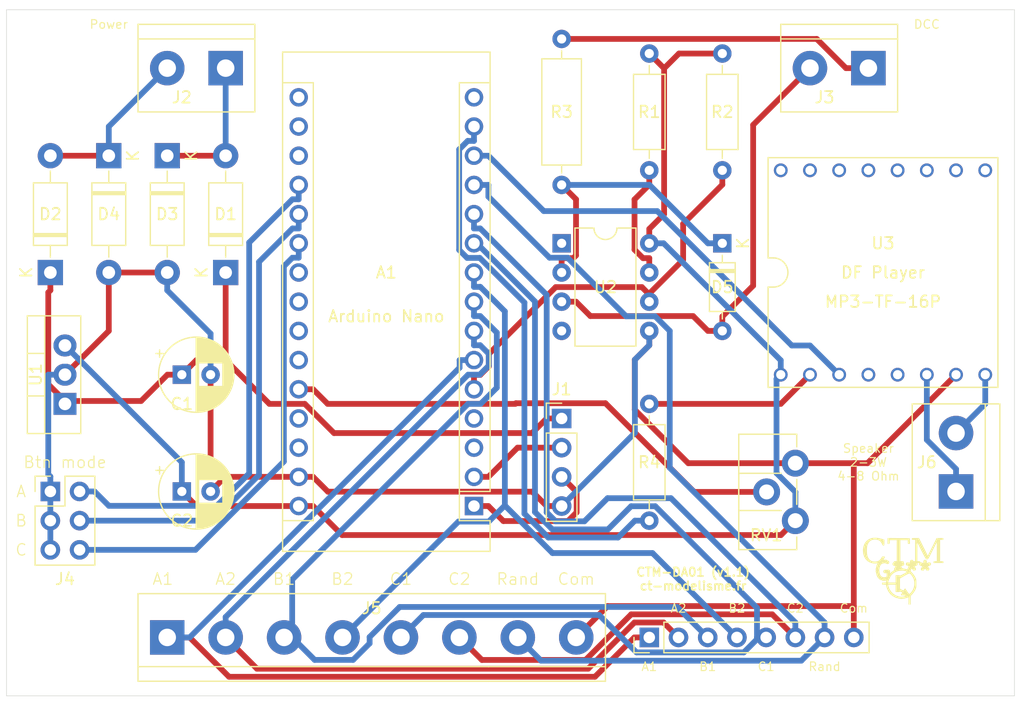
<source format=kicad_pcb>
(kicad_pcb (version 20211014) (generator pcbnew)
  (title_block (title "DA01 - PCB") (date "2024-02-17") (rev "1.1") (company "CT-Modélisme (ct-modelisme.fr)") (comment 1 "Rev 1.1 - 2022-08-02"))
  (layers (0 "F.Cu" signal) (31 "B.Cu" signal) (34 "B.Paste" user) (35 "F.Paste" user) (36 "B.SilkS" user "B.Silkscreen") (37 "F.SilkS" user "F.Silkscreen") (38 "B.Mask" user) (39 "F.Mask" user) (44 "Edge.Cuts" user))
  (net 0 "")
  (net 1 "Net-(A1-Pad1)")
  (net 2 "Net-(A1-Pad17)")
  (net 3 "Net-(A1-Pad2)")
  (net 4 "Net-(A1-Pad18)")
  (net 5 "Net-(A1-Pad3)")
  (net 6 "BTN_MODE_A")
  (net 7 "Net-(A1-Pad4)")
  (net 8 "BTN_MODE_B")
  (net 9 "DCC")
  (net 10 "BTN_MODE_C")
  (net 11 "BTN_A1")
  (net 12 "Net-(A1-Pad22)")
  (net 13 "BTN_A2")
  (net 14 "Net-(A1-Pad23)")
  (net 15 "BTN_B1")
  (net 16 "Net-(A1-Pad24)")
  (net 17 "BTN_B2")
  (net 18 "Net-(A1-Pad25)")
  (net 19 "BTN_C1")
  (net 20 "VOL_POT")
  (net 21 "BTN_C2")
  (net 22 "Net-(A1-Pad27)")
  (net 23 "BTN_RAND")
  (net 24 "Net-(A1-Pad28)")
  (net 25 "DFP_RX")
  (net 26 "GND")
  (net 27 "DFP_TX")
  (net 28 "+5V")
  (net 29 "Net-(A1-Pad15)")
  (net 30 "Net-(A1-Pad16)")
  (net 31 "VCC")
  (net 32 "Net-(D1-Pad2)")
  (net 33 "Net-(D2-Pad2)")
  (net 34 "Net-(D5-Pad1)")
  (net 35 "Net-(D5-Pad2)")
  (net 36 "Net-(J3-Pad1)")
  (net 37 "Net-(J6-Pad2)")
  (net 38 "Net-(J6-Pad1)")
  (net 39 "Net-(R1-Pad2)")
  (net 40 "Net-(R4-Pad1)")
  (net 41 "Net-(U2-Pad1)")
  (net 42 "Net-(U3-Pad16)")
  (net 43 "Net-(U3-Pad15)")
  (net 44 "Net-(U3-Pad14)")
  (net 45 "Net-(U3-Pad13)")
  (net 46 "Net-(U3-Pad4)")
  (net 47 "Net-(U3-Pad12)")
  (net 48 "Net-(U3-Pad5)")
  (net 49 "Net-(U3-Pad11)")
  (net 50 "Net-(U3-Pad10)")
  (net 51 "Net-(U3-Pad9)")
  (footprint "Module:Arduino_Nano" (layer "F.Cu") (at 147.31 118.11 180)
    (fp_text reference "A1" (at 7.62 20.32) (layer "F.SilkS"))
    (fp_text value "Arduino Nano")
    (pad "1" thru_hole rect locked (at 0 0 180) (size 1.6 1.6) (drill 1) (layers *.Cu *.Mask) (net 1 "Net-(A1-Pad1)"))
    (pad "2" thru_hole oval locked (at 0 2.54 180) (size 1.6 1.6) (drill 1) (layers *.Cu *.Mask) (net 3 "Net-(A1-Pad2)"))
    (pad "3" thru_hole oval locked (at 0 5.08 180) (size 1.6 1.6) (drill 1) (layers *.Cu *.Mask) (net 5 "Net-(A1-Pad3)"))
    (pad "4" thru_hole oval locked (at 0 7.62 180) (size 1.6 1.6) (drill 1) (layers *.Cu *.Mask) (net 7 "Net-(A1-Pad4)"))
    (pad "5" thru_hole oval locked (at 0 10.16 180) (size 1.6 1.6) (drill 1) (layers *.Cu *.Mask) (net 9 "DCC"))
    (pad "6" thru_hole oval locked (at 0 12.7 180) (size 1.6 1.6) (drill 1) (layers *.Cu *.Mask) (net 11 "BTN_A1"))
    (pad "7" thru_hole oval locked (at 0 15.24 180) (size 1.6 1.6) (drill 1) (layers *.Cu *.Mask) (net 13 "BTN_A2"))
    (pad "8" thru_hole oval locked (at 0 17.78 180) (size 1.6 1.6) (drill 1) (layers *.Cu *.Mask) (net 15 "BTN_B1"))
    (pad "9" thru_hole oval locked (at 0 20.32 180) (size 1.6 1.6) (drill 1) (layers *.Cu *.Mask) (net 17 "BTN_B2"))
    (pad "10" thru_hole oval locked (at 0 22.86 180) (size 1.6 1.6) (drill 1) (layers *.Cu *.Mask) (net 19 "BTN_C1"))
    (pad "11" thru_hole oval locked (at 0 25.4 180) (size 1.6 1.6) (drill 1) (layers *.Cu *.Mask) (net 21 "BTN_C2"))
    (pad "12" thru_hole oval locked (at 0 27.94 180) (size 1.6 1.6) (drill 1) (layers *.Cu *.Mask) (net 23 "BTN_RAND"))
    (pad "13" thru_hole oval locked (at 0 30.48 180) (size 1.6 1.6) (drill 1) (layers *.Cu *.Mask) (net 25 "DFP_RX"))
    (pad "14" thru_hole oval locked (at 0 33.02 180) (size 1.6 1.6) (drill 1) (layers *.Cu *.Mask) (net 27 "DFP_TX"))
    (pad "15" thru_hole oval locked (at 0 35.56 180) (size 1.6 1.6) (drill 1) (layers *.Cu *.Mask) (net 29 "Net-(A1-Pad15)"))
    (pad "16" thru_hole oval locked (at 15.24 35.56 180) (size 1.6 1.6) (drill 1) (layers *.Cu *.Mask) (net 30 "Net-(A1-Pad16)"))
    (pad "17" thru_hole oval locked (at 15.24 33.02 180) (size 1.6 1.6) (drill 1) (layers *.Cu *.Mask) (net 2 "Net-(A1-Pad17)"))
    (pad "18" thru_hole oval locked (at 15.24 30.48 180) (size 1.6 1.6) (drill 1) (layers *.Cu *.Mask) (net 4 "Net-(A1-Pad18)"))
    (pad "19" thru_hole oval locked (at 15.24 27.94 180) (size 1.6 1.6) (drill 1) (layers *.Cu *.Mask) (net 6 "BTN_MODE_A"))
    (pad "20" thru_hole oval locked (at 15.24 25.4 180) (size 1.6 1.6) (drill 1) (layers *.Cu *.Mask) (net 8 "BTN_MODE_B"))
    (pad "21" thru_hole oval locked (at 15.24 22.86 180) (size 1.6 1.6) (drill 1) (layers *.Cu *.Mask) (net 10 "BTN_MODE_C"))
    (pad "22" thru_hole oval locked (at 15.24 20.32 180) (size 1.6 1.6) (drill 1) (layers *.Cu *.Mask) (net 12 "Net-(A1-Pad22)"))
    (pad "23" thru_hole oval locked (at 15.24 17.78 180) (size 1.6 1.6) (drill 1) (layers *.Cu *.Mask) (net 14 "Net-(A1-Pad23)"))
    (pad "24" thru_hole oval locked (at 15.24 15.24 180) (size 1.6 1.6) (drill 1) (layers *.Cu *.Mask) (net 16 "Net-(A1-Pad24)"))
    (pad "25" thru_hole oval locked (at 15.24 12.7 180) (size 1.6 1.6) (drill 1) (layers *.Cu *.Mask) (net 18 "Net-(A1-Pad25)"))
    (pad "26" thru_hole oval locked (at 15.24 10.16 180) (size 1.6 1.6) (drill 1) (layers *.Cu *.Mask) (net 20 "VOL_POT"))
    (pad "27" thru_hole oval locked (at 15.24 7.62 180) (size 1.6 1.6) (drill 1) (layers *.Cu *.Mask) (net 22 "Net-(A1-Pad27)"))
    (pad "28" thru_hole oval locked (at 15.24 5.08 180) (size 1.6 1.6) (drill 1) (layers *.Cu *.Mask) (net 24 "Net-(A1-Pad28)"))
    (pad "29" thru_hole oval locked (at 15.24 2.54 180) (size 1.6 1.6) (drill 1) (layers *.Cu *.Mask) (net 26 "GND"))
    (pad "30" thru_hole oval locked (at 15.24 0 180) (size 1.6 1.6) (drill 1) (layers *.Cu *.Mask) (net 28 "+5V"))
  )
  (footprint "Capacitor_THT:CP_Radial_D6.3mm_P2.50mm" (layer "F.Cu") (at 121.91 106.68)
    (fp_text reference "C1" (at 0 2.54) (layer "F.SilkS"))
    (fp_text value "220µF")
    (pad "1" thru_hole rect locked (at 0 0) (size 1.6 1.6) (drill 0.8) (layers *.Cu *.Mask) (net 31 "VCC"))
    (pad "2" thru_hole circle locked (at 2.5 0) (size 1.6 1.6) (drill 0.8) (layers *.Cu *.Mask) (net 26 "GND"))
  )
  (footprint "Capacitor_THT:CP_Radial_D6.3mm_P2.50mm" (layer "F.Cu") (at 121.91 116.84)
    (fp_text reference "C2" (at 0 2.54) (layer "F.SilkS"))
    (fp_text value "220µF")
    (pad "1" thru_hole rect locked (at 0 0) (size 1.6 1.6) (drill 0.8) (layers *.Cu *.Mask) (net 28 "+5V"))
    (pad "2" thru_hole circle locked (at 2.5 0) (size 1.6 1.6) (drill 0.8) (layers *.Cu *.Mask) (net 26 "GND"))
  )
  (footprint "Diode_THT:D_DO-41_SOD81_P10.16mm_Horizontal" (layer "F.Cu") (at 120.64 87.63 -90)
    (fp_text reference "D3" (at 5.08 0 180) (layer "F.SilkS"))
    (fp_text value "1N4001")
    (fp_text user "K" (at 0 -2.1 90) (layer "F.SilkS"))
    (pad "1" thru_hole rect locked (at 0 0 270) (size 2.2 2.2) (drill 1.1) (layers *.Cu *.Mask) (net 32 "Net-(D1-Pad2)"))
    (pad "2" thru_hole oval locked (at 10.16 0 270) (size 2.2 2.2) (drill 1.1) (layers *.Cu *.Mask) (net 26 "GND"))
  )
  (footprint "Diode_THT:D_DO-41_SOD81_P10.16mm_Horizontal" (layer "F.Cu") (at 115.56 87.63 -90)
    (fp_text reference "D4" (at 5.08 0 180) (layer "F.SilkS"))
    (fp_text value "1N4001")
    (fp_text user "K" (at 0 -2.1 90) (layer "F.SilkS"))
    (pad "1" thru_hole rect locked (at 0 0 270) (size 2.2 2.2) (drill 1.1) (layers *.Cu *.Mask) (net 33 "Net-(D2-Pad2)"))
    (pad "2" thru_hole oval locked (at 10.16 0 270) (size 2.2 2.2) (drill 1.1) (layers *.Cu *.Mask) (net 26 "GND"))
  )
  (footprint "Diode_THT:D_DO-35_SOD27_P7.62mm_Horizontal" (layer "F.Cu") (at 168.9 95.25 -90)
    (fp_text reference "D5" (at 3.81 0 180) (layer "F.SilkS"))
    (fp_text value "1N4148")
    (fp_text user "K" (at 0 -1.8 90) (layer "F.SilkS"))
    (pad "1" thru_hole rect locked (at 0 0 270) (size 1.6 1.6) (drill 0.8) (layers *.Cu *.Mask) (net 34 "Net-(D5-Pad1)"))
    (pad "2" thru_hole oval locked (at 7.62 0 270) (size 1.6 1.6) (drill 0.8) (layers *.Cu *.Mask) (net 35 "Net-(D5-Pad2)"))
  )
  (footprint "MountingHole:MountingHole_3.2mm_M3" (layer "F.Cu") (at 111.75 80.01)
    (fp_text reference "H1" hide)
    (fp_text value "MountingHole")
    (pad "" np_thru_hole circle locked (at 0 0) (size 3.2 3.2) (drill 3.2) (layers *.Cu *.Mask))
  )
  (footprint "MountingHole:MountingHole_3.2mm_M3" (layer "F.Cu") (at 189.22 80.01)
    (fp_text reference "H2" hide)
    (fp_text value "MountingHole")
    (pad "" np_thru_hole circle locked (at 0 0) (size 3.2 3.2) (drill 3.2) (layers *.Cu *.Mask))
  )
  (footprint "MountingHole:MountingHole_3.2mm_M3" (layer "F.Cu") (at 111.75 129.54)
    (fp_text reference "H3" hide)
    (fp_text value "MountingHole")
    (pad "" np_thru_hole circle locked (at 0 0) (size 3.2 3.2) (drill 3.2) (layers *.Cu *.Mask))
  )
  (footprint "MountingHole:MountingHole_3.2mm_M3" (layer "F.Cu") (at 189.22 129.54)
    (fp_text reference "H4" hide)
    (fp_text value "MountingHole")
    (pad "" np_thru_hole circle locked (at 0 0) (size 3.2 3.2) (drill 3.2) (layers *.Cu *.Mask))
  )
  (footprint "TerminalBlock:TerminalBlock_bornier-2_P5.08mm" (layer "F.Cu") (at 125.72 80.01 180)
    (fp_text reference "J2" (at 3.81 -2.54) (layer "F.SilkS"))
    (fp_text value "Terminal 1x2")
    (pad "1" thru_hole rect locked (at 0 0 180) (size 3 3) (drill 1.52) (layers *.Cu *.Mask) (net 32 "Net-(D1-Pad2)"))
    (pad "2" thru_hole circle locked (at 5.08 0 180) (size 3 3) (drill 1.52) (layers *.Cu *.Mask) (net 33 "Net-(D2-Pad2)"))
  )
  (footprint "TerminalBlock:TerminalBlock_bornier-2_P5.08mm" (layer "F.Cu") (at 181.6 80.01 180)
    (fp_text reference "J3" (at 3.81 -2.54) (layer "F.SilkS"))
    (fp_text value "Terminal 1x2")
    (pad "1" thru_hole rect locked (at 0 0 180) (size 3 3) (drill 1.52) (layers *.Cu *.Mask) (net 36 "Net-(J3-Pad1)"))
    (pad "2" thru_hole circle locked (at 5.08 0 180) (size 3 3) (drill 1.52) (layers *.Cu *.Mask) (net 35 "Net-(D5-Pad2)"))
  )
  (footprint "TerminalBlock:TerminalBlock_bornier-2_P5.08mm" (layer "F.Cu") (at 189.22 116.84 90)
    (fp_text reference "J6" (at 2.54 -2.54 180) (layer "F.SilkS"))
    (fp_text value "Terminal 1x2")
    (pad "1" thru_hole rect locked (at 0 0 90) (size 3 3) (drill 1.52) (layers *.Cu *.Mask) (net 38 "Net-(J6-Pad1)"))
    (pad "2" thru_hole circle locked (at 5.08 0 90) (size 3 3) (drill 1.52) (layers *.Cu *.Mask) (net 37 "Net-(J6-Pad2)"))
  )
  (footprint "Resistor_THT:R_Axial_DIN0207_L6.3mm_D2.5mm_P10.16mm_Horizontal" (layer "F.Cu") (at 162.55 78.74 -90)
    (fp_text reference "R1" (at 5.08 0 180) (layer "F.SilkS"))
    (fp_text value "10k")
    (pad "1" thru_hole circle locked (at 0 0 270) (size 1.6 1.6) (drill 0.8) (layers *.Cu *.Mask) (net 28 "+5V"))
    (pad "2" thru_hole oval locked (at 10.16 0 270) (size 1.6 1.6) (drill 0.8) (layers *.Cu *.Mask) (net 39 "Net-(R1-Pad2)"))
  )
  (footprint "Resistor_THT:R_Axial_DIN0207_L6.3mm_D2.5mm_P10.16mm_Horizontal" (layer "F.Cu") (at 168.9 78.74 -90)
    (fp_text reference "R2" (at 5.08 0 180) (layer "F.SilkS"))
    (fp_text value "10k")
    (pad "1" thru_hole circle locked (at 0 0 270) (size 1.6 1.6) (drill 0.8) (layers *.Cu *.Mask) (net 28 "+5V"))
    (pad "2" thru_hole oval locked (at 10.16 0 270) (size 1.6 1.6) (drill 0.8) (layers *.Cu *.Mask) (net 9 "DCC"))
  )
  (footprint "Resistor_THT:R_Axial_DIN0309_L9.0mm_D3.2mm_P12.70mm_Horizontal" (layer "F.Cu") (at 154.93 90.17 90)
    (fp_text reference "R3" (at 6.35 0 180) (layer "F.SilkS"))
    (fp_text value "1k (1W)")
    (pad "1" thru_hole circle locked (at 0 0 90) (size 1.6 1.6) (drill 0.8) (layers *.Cu *.Mask) (net 34 "Net-(D5-Pad1)"))
    (pad "2" thru_hole oval locked (at 12.7 0 90) (size 1.6 1.6) (drill 0.8) (layers *.Cu *.Mask) (net 36 "Net-(J3-Pad1)"))
  )
  (footprint "Potentiometer_THT:Potentiometer_ACP_CA9-H2,5_Horizontal" (layer "F.Cu") (at 175.25 119.38 180)
    (fp_text reference "RV1" (at 2.54 -1.27) (layer "F.SilkS"))
    (fp_text value "1k")
    (pad "1" thru_hole circle locked (at 0 0 180) (size 2.34 2.34) (drill 1.3) (layers *.Cu *.Mask) (net 28 "+5V"))
    (pad "2" thru_hole circle locked (at 2.5 2.5 180) (size 2.34 2.34) (drill 1.3) (layers *.Cu *.Mask) (net 20 "VOL_POT"))
    (pad "3" thru_hole circle locked (at 0 5 180) (size 2.34 2.34) (drill 1.3) (layers *.Cu *.Mask) (net 26 "GND"))
  )
  (footprint "Package_TO_SOT_THT:TO-220-3_Vertical" (layer "F.Cu") (at 111.75 109.22 90)
    (fp_text reference "U1" (at 2.54 -2.54 270) (layer "F.SilkS"))
    (fp_text value "LM7805")
    (pad "1" thru_hole rect locked (at 0 0 90) (size 1.905 2) (drill 1.1) (layers *.Cu *.Mask) (net 31 "VCC"))
    (pad "2" thru_hole oval locked (at 2.54 0 90) (size 1.905 2) (drill 1.1) (layers *.Cu *.Mask) (net 26 "GND"))
    (pad "3" thru_hole oval locked (at 5.08 0 90) (size 1.905 2) (drill 1.1) (layers *.Cu *.Mask) (net 28 "+5V"))
  )
  (footprint "Module:DFRobot_DFPlayerMini_DFR0299" (layer "F.Cu") (at 182.87 97.79)
    (fp_text reference "U3" (at 0 -2.54 180) (layer "F.SilkS"))
    (fp_text value "DFPlayerMini")
    (pad "1" thru_hole circle locked (at -8.89 8.89) (size 1.2 1.2) (drill 0.8) (layers *.Cu *.Mask) (net 28 "+5V"))
    (pad "2" thru_hole circle locked (at -6.35 8.89) (size 1.2 1.2) (drill 0.8) (layers *.Cu *.Mask) (net 40 "Net-(R4-Pad1)"))
    (pad "3" thru_hole circle locked (at -3.81 8.89) (size 1.2 1.2) (drill 0.8) (layers *.Cu *.Mask) (net 25 "DFP_RX"))
    (pad "4" thru_hole circle locked (at -1.27 8.89) (size 1.2 1.2) (drill 0.8) (layers *.Cu *.Mask) (net 46 "Net-(U3-Pad4)"))
    (pad "5" thru_hole circle locked (at 1.27 8.89) (size 1.2 1.2) (drill 0.8) (layers *.Cu *.Mask) (net 48 "Net-(U3-Pad5)"))
    (pad "6" thru_hole circle locked (at 3.81 8.89) (size 1.2 1.2) (drill 0.8) (layers *.Cu *.Mask) (net 38 "Net-(J6-Pad1)"))
    (pad "7" thru_hole circle locked (at 6.35 8.89) (size 1.2 1.2) (drill 0.8) (layers *.Cu *.Mask) (net 26 "GND"))
    (pad "8" thru_hole circle locked (at 8.89 8.89) (size 1.2 1.2) (drill 0.8) (layers *.Cu *.Mask) (net 37 "Net-(J6-Pad2)"))
    (pad "9" thru_hole circle locked (at 8.89 -8.89) (size 1.2 1.2) (drill 0.8) (layers *.Cu *.Mask) (net 51 "Net-(U3-Pad9)"))
    (pad "10" thru_hole circle locked (at 6.35 -8.89) (size 1.2 1.2) (drill 0.8) (layers *.Cu *.Mask) (net 50 "Net-(U3-Pad10)"))
    (pad "11" thru_hole circle locked (at 3.81 -8.89) (size 1.2 1.2) (drill 0.8) (layers *.Cu *.Mask) (net 49 "Net-(U3-Pad11)"))
    (pad "12" thru_hole circle locked (at 1.27 -8.89) (size 1.2 1.2) (drill 0.8) (layers *.Cu *.Mask) (net 47 "Net-(U3-Pad12)"))
    (pad "13" thru_hole circle locked (at -1.27 -8.89) (size 1.2 1.2) (drill 0.8) (layers *.Cu *.Mask) (net 45 "Net-(U3-Pad13)"))
    (pad "14" thru_hole circle locked (at -3.81 -8.89) (size 1.2 1.2) (drill 0.8) (layers *.Cu *.Mask) (net 44 "Net-(U3-Pad14)"))
    (pad "15" thru_hole circle locked (at -6.35 -8.89) (size 1.2 1.2) (drill 0.8) (layers *.Cu *.Mask) (net 43 "Net-(U3-Pad15)"))
    (pad "16" thru_hole circle locked (at -8.89 -8.89) (size 1.2 1.2) (drill 0.8) (layers *.Cu *.Mask) (net 42 "Net-(U3-Pad16)"))
  )
  (footprint "Package_DIP:DIP-8_W7.62mm" (layer "F.Cu") (at 154.93 95.25)
    (fp_text reference "U2" (at 3.81 3.81) (layer "F.SilkS"))
    (fp_text value "6N137")
    (pad "1" thru_hole rect locked (at 0 0) (size 1.6 1.6) (drill 0.8) (layers *.Cu *.Mask) (net 41 "Net-(U2-Pad1)"))
    (pad "2" thru_hole oval locked (at 0 2.54) (size 1.6 1.6) (drill 0.8) (layers *.Cu *.Mask) (net 34 "Net-(D5-Pad1)"))
    (pad "3" thru_hole oval locked (at 0 5.08) (size 1.6 1.6) (drill 0.8) (layers *.Cu *.Mask) (net 35 "Net-(D5-Pad2)"))
    (pad "4" thru_hole oval locked (at 0 7.62) (size 1.6 1.6) (drill 0.8) (layers *.Cu *.Mask))
    (pad "5" thru_hole oval locked (at 7.62 7.62) (size 1.6 1.6) (drill 0.8) (layers *.Cu *.Mask) (net 26 "GND"))
    (pad "6" thru_hole oval locked (at 7.62 5.08) (size 1.6 1.6) (drill 0.8) (layers *.Cu *.Mask) (net 9 "DCC"))
    (pad "7" thru_hole oval locked (at 7.62 2.54) (size 1.6 1.6) (drill 0.8) (layers *.Cu *.Mask) (net 39 "Net-(R1-Pad2)"))
    (pad "8" thru_hole oval locked (at 7.62 0) (size 1.6 1.6) (drill 0.8) (layers *.Cu *.Mask) (net 28 "+5V"))
  )
  (footprint "Diode_THT:D_DO-41_SOD81_P10.16mm_Horizontal" (layer "F.Cu") (at 110.48 97.79 90)
    (fp_text reference "D2" (at 5.08 0 180) (layer "F.SilkS"))
    (fp_text value "1N4001")
    (fp_text user "K" (at 0 -2.1 90) (layer "F.SilkS"))
    (pad "1" thru_hole rect locked (at 0 0 90) (size 2.2 2.2) (drill 1.1) (layers *.Cu *.Mask) (net 31 "VCC"))
    (pad "2" thru_hole oval locked (at 10.16 0 90) (size 2.2 2.2) (drill 1.1) (layers *.Cu *.Mask) (net 33 "Net-(D2-Pad2)"))
  )
  (footprint "Diode_THT:D_DO-41_SOD81_P10.16mm_Horizontal" (layer "F.Cu") (at 125.72 97.79 90)
    (fp_text reference "D1" (at 5.08 0 180) (layer "F.SilkS"))
    (fp_text value "1N4001")
    (fp_text user "K" (at 0 -2.1 90) (layer "F.SilkS"))
    (pad "1" thru_hole rect locked (at 0 0 90) (size 2.2 2.2) (drill 1.1) (layers *.Cu *.Mask) (net 31 "VCC"))
    (pad "2" thru_hole oval locked (at 10.16 0 90) (size 2.2 2.2) (drill 1.1) (layers *.Cu *.Mask) (net 32 "Net-(D1-Pad2)"))
  )
  (footprint "Connector_PinHeader_2.54mm:PinHeader_2x03_P2.54mm_Vertical" (layer "F.Cu") (at 110.48 116.84)
    (fp_text reference "J4" (at 1.27 7.62) (layer "F.SilkS"))
    (fp_text value "Conn 2x3 pins")
    (pad "1" thru_hole rect locked (at 0 0) (size 1.7 1.7) (drill 1) (layers *.Cu *.Mask) (net 26 "GND"))
    (pad "2" thru_hole oval locked (at 2.54 0) (size 1.7 1.7) (drill 1) (layers *.Cu *.Mask) (net 6 "BTN_MODE_A"))
    (pad "3" thru_hole oval locked (at 0 2.54) (size 1.7 1.7) (drill 1) (layers *.Cu *.Mask) (net 26 "GND"))
    (pad "4" thru_hole oval locked (at 2.54 2.54) (size 1.7 1.7) (drill 1) (layers *.Cu *.Mask) (net 8 "BTN_MODE_B"))
    (pad "5" thru_hole oval locked (at 0 5.08) (size 1.7 1.7) (drill 1) (layers *.Cu *.Mask) (net 26 "GND"))
    (pad "6" thru_hole oval locked (at 2.54 5.08) (size 1.7 1.7) (drill 1) (layers *.Cu *.Mask) (net 10 "BTN_MODE_C"))
  )
  (footprint "Connector_PinHeader_2.54mm:PinHeader_1x08_P2.54mm_Vertical" (layer "F.Cu") (at 162.55 129.54 90)
    (fp_text reference "J7" hide)
    (fp_text value "Conn 1x8 pins")
    (pad "1" thru_hole rect locked (at 0 0 90) (size 1.7 1.7) (drill 1) (layers *.Cu *.Mask) (net 11 "BTN_A1"))
    (pad "2" thru_hole oval locked (at 0 2.54 90) (size 1.7 1.7) (drill 1) (layers *.Cu *.Mask) (net 13 "BTN_A2"))
    (pad "3" thru_hole oval locked (at 0 5.08 90) (size 1.7 1.7) (drill 1) (layers *.Cu *.Mask) (net 15 "BTN_B1"))
    (pad "4" thru_hole oval locked (at 0 7.62 90) (size 1.7 1.7) (drill 1) (layers *.Cu *.Mask) (net 17 "BTN_B2"))
    (pad "5" thru_hole oval locked (at 0 10.16 90) (size 1.7 1.7) (drill 1) (layers *.Cu *.Mask) (net 19 "BTN_C1"))
    (pad "6" thru_hole oval locked (at 0 12.7 90) (size 1.7 1.7) (drill 1) (layers *.Cu *.Mask) (net 21 "BTN_C2"))
    (pad "7" thru_hole oval locked (at 0 15.24 90) (size 1.7 1.7) (drill 1) (layers *.Cu *.Mask) (net 23 "BTN_RAND"))
    (pad "8" thru_hole oval locked (at 0 17.78 90) (size 1.7 1.7) (drill 1) (layers *.Cu *.Mask) (net 26 "GND"))
  )
  (footprint "TerminalBlock:TerminalBlock_bornier-8_P5.08mm" (layer "F.Cu") (at 120.64 129.54)
    (fp_text reference "J5" (at 17.78 -2.54) (layer "F.SilkS"))
    (fp_text value "Terminal 1x8")
    (pad "1" thru_hole rect locked (at 0 0) (size 3 3) (drill 1.52) (layers *.Cu *.Mask) (net 11 "BTN_A1"))
    (pad "2" thru_hole circle locked (at 5.08 0) (size 3 3) (drill 1.52) (layers *.Cu *.Mask) (net 13 "BTN_A2"))
    (pad "3" thru_hole circle locked (at 10.16 0) (size 3 3) (drill 1.52) (layers *.Cu *.Mask) (net 15 "BTN_B1"))
    (pad "4" thru_hole circle locked (at 15.24 0) (size 3 3) (drill 1.52) (layers *.Cu *.Mask) (net 17 "BTN_B2"))
    (pad "5" thru_hole circle locked (at 20.32 0) (size 3 3) (drill 1.52) (layers *.Cu *.Mask) (net 19 "BTN_C1"))
    (pad "6" thru_hole circle locked (at 25.4 0) (size 3 3) (drill 1.52) (layers *.Cu *.Mask) (net 21 "BTN_C2"))
    (pad "7" thru_hole circle locked (at 30.48 0) (size 3 3) (drill 1.52) (layers *.Cu *.Mask) (net 23 "BTN_RAND"))
    (pad "8" thru_hole circle locked (at 35.56 0) (size 3 3) (drill 1.52) (layers *.Cu *.Mask) (net 26 "GND"))
  )
  (footprint "Connector_PinHeader_2.54mm:PinHeader_1x04_P2.54mm_Vertical" (layer "F.Cu") (at 154.93 110.49)
    (fp_text reference "J1" (at 0 -2.54) (layer "F.SilkS"))
    (fp_text value "Conn 1x4 pins")
    (pad "1" thru_hole rect locked (at 0 0) (size 1.7 1.7) (drill 1) (layers *.Cu *.Mask) (net 31 "VCC"))
    (pad "2" thru_hole oval locked (at 0 2.54) (size 1.7 1.7) (drill 1) (layers *.Cu *.Mask) (net 3 "Net-(A1-Pad2)"))
    (pad "3" thru_hole oval locked (at 0 5.08) (size 1.7 1.7) (drill 1) (layers *.Cu *.Mask) (net 1 "Net-(A1-Pad1)"))
    (pad "4" thru_hole oval locked (at 0 7.62) (size 1.7 1.7) (drill 1) (layers *.Cu *.Mask) (net 26 "GND"))
  )
  (footprint "Resistor_THT:R_Axial_DIN0207_L6.3mm_D2.5mm_P10.16mm_Horizontal" (layer "F.Cu") (at 162.55 109.22 -90)
    (fp_text reference "R4" (at 5.08 0 180) (layer "F.SilkS"))
    (fp_text value "1k")
    (pad "1" thru_hole circle locked (at 0 0 270) (size 1.6 1.6) (drill 0.8) (layers *.Cu *.Mask) (net 40 "Net-(R4-Pad1)"))
    (pad "2" thru_hole oval locked (at 10.16 0 270) (size 1.6 1.6) (drill 0.8) (layers *.Cu *.Mask) (net 27 "DFP_TX"))
  )
  (footprint "CTM:Logo_CTM_7mm" (layer "F.Cu") (at 184.605713 123.76889)
    (fp_text reference "G***" (at 0 0) (layer "F.SilkS") (effects (font (size 1.524 1.524) (thickness 0.3))))
    (fp_text value "LOGO" hide)
  )
  (gr_line (start 106.67 74.93) (end 106.67 134.62) (layer "Edge.Cuts") (width 0.05))
  (gr_line (start 106.67 134.62) (end 194.3 134.62) (layer "Edge.Cuts") (width 0.05))
  (gr_line (start 106.67 74.93) (end 194.3 74.93) (layer "Edge.Cuts") (width 0.05))
  (gr_line (start 194.3 134.62) (end 194.3 74.93) (layer "Edge.Cuts") (width 0.05))
  (gr_text "A2" (at 165.09 127) (layer "F.SilkS") (effects (font (size 0.75 0.75) (thickness 0.1))))
  (gr_text "DF Player" (at 182.87 97.79) (layer "F.SilkS") (effects (font (size 1 1))))
  (gr_text "B1" (at 167.63 132.08) (layer "F.SilkS") (effects (font (size 0.75 0.75) (thickness 0.1))))
  (gr_text "Com" (at 180.33 127) (layer "F.SilkS") (effects (font (size 0.75 0.75) (thickness 0.1))))
  (gr_text "Power" (at 115.56 76.2) (layer "F.SilkS") (effects (font (size 0.75 0.75) (thickness 0.1))))
  (gr_text "Speaker\n2-3W\n4-8 Ohm" (at 181.6 114.3) (layer "F.SilkS") (effects (font (size 0.75 0.75) (thickness 0.1))))
  (gr_text "Rand" (at 177.79 132.08) (layer "F.SilkS") (effects (font (size 0.75 0.75) (thickness 0.1))))
  (gr_text "CTM-DA01 (v1.1)\nct-modelisme.fr" (at 166.36 124.46) (layer "F.SilkS") (effects (font (size 0.75 0.75))))
  (gr_text "MP3-TF-16P" (at 182.87 100.33) (layer "F.SilkS") (effects (font (size 1 1))))
  (gr_text "B" (at 107.94 119.38) (layer "F.SilkS") (effects (font (size 1 1) (thickness 0.1))))
  (gr_text "A1" (at 162.55 132.08) (layer "F.SilkS") (effects (font (size 0.75 0.75) (thickness 0.1))))
  (gr_text "B2" (at 135.88 124.46) (layer "F.SilkS") (effects (font (size 1 1) (thickness 0.1))))
  (gr_text "C2" (at 146.04 124.46) (layer "F.SilkS") (effects (font (size 1 1) (thickness 0.1))))
  (gr_text "Btn mode" (at 111.75 114.3) (layer "F.SilkS") (effects (font (size 1 1) (thickness 0.1))))
  (gr_text "C" (at 107.94 121.92) (layer "F.SilkS") (effects (font (size 1 1) (thickness 0.1))))
  (gr_text "Rand" (at 151.12 124.46) (layer "F.SilkS") (effects (font (size 1 1) (thickness 0.1))))
  (gr_text "C1" (at 172.71 132.08) (layer "F.SilkS") (effects (font (size 0.75 0.75) (thickness 0.1))))
  (gr_text "Arduino Nano" (at 139.69 101.6) (layer "F.SilkS") (effects (font (size 1 1))))
  (gr_text "DCC" (at 186.68 76.2) (layer "F.SilkS") (effects (font (size 0.75 0.75) (thickness 0.1))))
  (gr_text "A1 " (at 120.64 124.46) (layer "F.SilkS") (effects (font (size 1 1) (thickness 0.1))))
  (gr_text "A" (at 107.94 116.84) (layer "F.SilkS") (effects (font (size 1 1) (thickness 0.1))))
  (gr_text "B1" (at 130.8 124.46) (layer "F.SilkS") (effects (font (size 1 1) (thickness 0.1))))
  (gr_text "Com" (at 156.2 124.46) (layer "F.SilkS") (effects (font (size 1 1) (thickness 0.1))))
  (gr_text "C1" (at 140.96 124.46) (layer "F.SilkS") (effects (font (size 1 1) (thickness 0.1))))
  (gr_text "A2" (at 125.72 124.46) (layer "F.SilkS") (effects (font (size 1 1) (thickness 0.1))))
  (gr_text "C2" (at 175.25 127) (layer "F.SilkS") (effects (font (size 0.75 0.75) (thickness 0.1))))
  (gr_text "B2" (at 170.17 127) (layer "F.SilkS") (effects (font (size 0.75 0.75) (thickness 0.1))))
  (segment (start 147.31 118.11) (end 148.5603 118.11) (width 0.5) (layer "F.Cu") (net 1))
  (segment (start 155.4779 119.4153) (end 149.8656 119.4153) (width 0.5) (layer "F.Cu") (net 1))
  (segment (start 156.2363 116.8763) (end 156.2363 118.6569) (width 0.5) (layer "F.Cu") (net 1))
  (segment (start 156.2363 118.6569) (end 155.4779 119.4153) (width 0.5) (layer "F.Cu") (net 1))
  (segment (start 154.93 115.57) (end 156.2363 116.8763) (width 0.5) (layer "F.Cu") (net 1))
  (segment (start 149.8656 119.4153) (end 148.5603 118.11) (width 0.5) (layer "F.Cu") (net 1))
  (segment (start 154.93 113.03) (end 151.1003 113.03) (width 0.5) (layer "F.Cu") (net 3))
  (segment (start 147.31 115.57) (end 148.5603 115.57) (width 0.5) (layer "F.Cu") (net 3))
  (segment (start 151.1003 113.03) (end 148.5603 115.57) (width 0.5) (layer "F.Cu") (net 3))
  (segment (start 127.7658 115.2681) (end 127.7658 95.1806) (width 0.5) (layer "B.Cu") (net 6))
  (segment (start 114.3203 116.84) (end 115.5718 118.0915) (width 0.5) (layer "B.Cu") (net 6))
  (segment (start 124.9424 118.0915) (end 127.7658 115.2681) (width 0.5) (layer "B.Cu") (net 6))
  (segment (start 127.7658 95.1806) (end 131.5261 91.4203) (width 0.5) (layer "B.Cu") (net 6))
  (segment (start 115.5718 118.0915) (end 124.9424 118.0915) (width 0.5) (layer "B.Cu") (net 6))
  (segment (start 131.5261 91.4203) (end 132.07 91.4203) (width 0.5) (layer "B.Cu") (net 6))
  (segment (start 113.02 116.84) (end 114.3203 116.84) (width 0.5) (layer "B.Cu") (net 6))
  (segment (start 132.07 90.17) (end 132.07 91.4203) (width 0.5) (layer "B.Cu") (net 6))
  (segment (start 114.3203 119.38) (end 124.6444 119.38) (width 0.5) (layer "B.Cu") (net 8))
  (segment (start 128.6218 115.4026) (end 128.6218 96.8646) (width 0.5) (layer "B.Cu") (net 8))
  (segment (start 124.6444 119.38) (end 128.6218 115.4026) (width 0.5) (layer "B.Cu") (net 8))
  (segment (start 113.02 119.38) (end 114.3203 119.38) (width 0.5) (layer "B.Cu") (net 8))
  (segment (start 131.5261 93.9603) (end 132.07 93.9603) (width 0.5) (layer "B.Cu") (net 8))
  (segment (start 128.6218 96.8646) (end 131.5261 93.9603) (width 0.5) (layer "B.Cu") (net 8))
  (segment (start 132.07 92.71) (end 132.07 93.9603) (width 0.5) (layer "B.Cu") (net 8))
  (segment (start 165.4938 93.5565) (end 165.4938 96.684) (width 0.5) (layer "F.Cu") (net 9))
  (segment (start 154.4165 99.06) (end 148.5996 104.8769) (width 0.5) (layer "F.Cu") (net 9))
  (segment (start 162.55 100.33) (end 162.55 99.7048) (width 0.5) (layer "F.Cu") (net 9))
  (segment (start 147.31 107.95) (end 147.31 106.6997) (width 0.5) (layer "F.Cu") (net 9))
  (segment (start 162.5115 99.6663) (end 161.9052 99.06) (width 0.5) (layer "F.Cu") (net 9))
  (segment (start 148.5996 105.954) (end 147.8539 106.6997) (width 0.5) (layer "F.Cu") (net 9))
  (segment (start 148.5996 104.8769) (end 148.5996 105.954) (width 0.5) (layer "F.Cu") (net 9))
  (segment (start 161.9052 99.06) (end 154.4165 99.06) (width 0.5) (layer "F.Cu") (net 9))
  (segment (start 147.8539 106.6997) (end 147.31 106.6997) (width 0.5) (layer "F.Cu") (net 9))
  (segment (start 162.55 99.7048) (end 162.5115 99.6663) (width 0.5) (layer "F.Cu") (net 9))
  (segment (start 168.9 90.1503) (end 165.4938 93.5565) (width 0.5) (layer "F.Cu") (net 9))
  (segment (start 168.9 88.9) (end 168.9 90.1503) (width 0.5) (layer "F.Cu") (net 9))
  (segment (start 165.4938 96.684) (end 162.5115 99.6663) (width 0.5) (layer "F.Cu") (net 9))
  (segment (start 113.02 121.92) (end 123.0949 121.92) (width 0.5) (layer "B.Cu") (net 10))
  (segment (start 132.07 95.25) (end 132.07 96.5003) (width 0.5) (layer "B.Cu") (net 10))
  (segment (start 130.7804 97.246) (end 131.5261 96.5003) (width 0.5) (layer "B.Cu") (net 10))
  (segment (start 130.7804 114.2345) (end 130.7804 97.246) (width 0.5) (layer "B.Cu") (net 10))
  (segment (start 131.5261 96.5003) (end 132.07 96.5003) (width 0.5) (layer "B.Cu") (net 10))
  (segment (start 123.0949 121.92) (end 130.7804 114.2345) (width 0.5) (layer "B.Cu") (net 10))
  (segment (start 161.2497 129.54) (end 157.8265 132.9632) (width 0.5) (layer "F.Cu") (net 11))
  (segment (start 162.55 129.54) (end 161.2497 129.54) (width 0.5) (layer "F.Cu") (net 11))
  (segment (start 157.8265 132.9632) (end 126.0135 132.9632) (width 0.5) (layer "F.Cu") (net 11))
  (segment (start 126.0135 132.9632) (end 122.5903 129.54) (width 0.5) (layer "F.Cu") (net 11))
  (segment (start 120.64 129.54) (end 122.5903 129.54) (width 0.5) (layer "F.Cu") (net 11))
  (segment (start 120.64 129.54) (end 122.5903 129.54) (width 0.5) (layer "B.Cu") (net 11))
  (segment (start 147.31 105.41) (end 146.0597 105.41) (width 0.5) (layer "B.Cu") (net 11))
  (segment (start 146.0597 106.0706) (end 146.0597 105.41) (width 0.5) (layer "B.Cu") (net 11))
  (segment (start 122.5903 129.54) (end 146.0597 106.0706) (width 0.5) (layer "B.Cu") (net 11))
  (segment (start 163.7896 128.2396) (end 161.2595 128.2396) (width 0.5) (layer "F.Cu") (net 13))
  (segment (start 128.4428 132.2628) (end 125.72 129.54) (width 0.5) (layer "F.Cu") (net 13))
  (segment (start 161.2595 128.2396) (end 157.2363 132.2628) (width 0.5) (layer "F.Cu") (net 13))
  (segment (start 157.2363 132.2628) (end 128.4428 132.2628) (width 0.5) (layer "F.Cu") (net 13))
  (segment (start 165.09 129.54) (end 163.7896 128.2396) (width 0.5) (layer "F.Cu") (net 13))
  (segment (start 148.5925 105.8959) (end 148.5925 104.86) (width 0.5) (layer "B.Cu") (net 13))
  (segment (start 147.8528 104.1203) (end 147.31 104.1203) (width 0.5) (layer "B.Cu") (net 13))
  (segment (start 125.72 127.7601) (end 146.8001 106.68) (width 0.5) (layer "B.Cu") (net 13))
  (segment (start 125.72 129.54) (end 125.72 127.7601) (width 0.5) (layer "B.Cu") (net 13))
  (segment (start 146.8001 106.68) (end 147.8084 106.68) (width 0.5) (layer "B.Cu") (net 13))
  (segment (start 148.5925 104.86) (end 147.8528 104.1203) (width 0.5) (layer "B.Cu") (net 13))
  (segment (start 147.8084 106.68) (end 148.5925 105.8959) (width 0.5) (layer "B.Cu") (net 13))
  (segment (start 147.31 102.87) (end 147.31 104.1203) (width 0.5) (layer "B.Cu") (net 13))
  (segment (start 147.31 100.33) (end 147.31 101.5803) (width 0.5) (layer "B.Cu") (net 15))
  (segment (start 149.2928 103.0192) (end 147.8539 101.5803) (width 0.5) (layer "B.Cu") (net 15))
  (segment (start 131.5043 129.54) (end 131.5043 124.5119) (width 0.5) (layer "B.Cu") (net 15))
  (segment (start 131.5043 124.5119) (end 146.7962 109.22) (width 0.5) (layer "B.Cu") (net 15))
  (segment (start 138.2367 130.0576) (end 136.8 131.4943) (width 0.5) (layer "B.Cu") (net 15))
  (segment (start 140.8498 126.8893) (end 138.2367 129.5024) (width 0.5) (layer "B.Cu") (net 15))
  (segment (start 131.5043 129.54) (end 130.8 129.54) (width 0.5) (layer "B.Cu") (net 15))
  (segment (start 149.2928 107.8141) (end 149.2928 103.0192) (width 0.5) (layer "B.Cu") (net 15))
  (segment (start 133.4586 131.4943) (end 131.5043 129.54) (width 0.5) (layer "B.Cu") (net 15))
  (segment (start 136.8 131.4943) (end 133.4586 131.4943) (width 0.5) (layer "B.Cu") (net 15))
  (segment (start 146.7962 109.22) (end 147.8869 109.22) (width 0.5) (layer "B.Cu") (net 15))
  (segment (start 167.63 129.54) (end 164.9793 126.8893) (width 0.5) (layer "B.Cu") (net 15))
  (segment (start 147.8869 109.22) (end 149.2928 107.8141) (width 0.5) (layer "B.Cu") (net 15))
  (segment (start 147.8539 101.5803) (end 147.31 101.5803) (width 0.5) (layer "B.Cu") (net 15))
  (segment (start 138.2367 129.5024) (end 138.2367 130.0576) (width 0.5) (layer "B.Cu") (net 15))
  (segment (start 164.9793 126.8893) (end 140.8498 126.8893) (width 0.5) (layer "B.Cu") (net 15))
  (segment (start 147.8622 99.0403) (end 147.31 99.0403) (width 0.5) (layer "B.Cu") (net 17))
  (segment (start 145.9606 119.4594) (end 148.5925 119.4594) (width 0.5) (layer "B.Cu") (net 17))
  (segment (start 154.1327 122.1984) (end 162.8284 122.1984) (width 0.5) (layer "B.Cu") (net 17))
  (segment (start 162.8284 122.1984) (end 170.17 129.54) (width 0.5) (layer "B.Cu") (net 17))
  (segment (start 149.9931 118.0588) (end 149.9931 101.1712) (width 0.5) (layer "B.Cu") (net 17))
  (segment (start 147.31 97.79) (end 147.31 99.0403) (width 0.5) (layer "B.Cu") (net 17))
  (segment (start 135.88 129.54) (end 145.9606 119.4594) (width 0.5) (layer "B.Cu") (net 17))
  (segment (start 149.9931 101.1712) (end 147.8622 99.0403) (width 0.5) (layer "B.Cu") (net 17))
  (segment (start 149.9931 118.0588) (end 154.1327 122.1984) (width 0.5) (layer "B.Cu") (net 17))
  (segment (start 148.5925 119.4594) (end 149.9931 118.0588) (width 0.5) (layer "B.Cu") (net 17))
  (segment (start 171.9151 129.6957) (end 170.7705 130.8403) (width 0.5) (layer "B.Cu") (net 19))
  (segment (start 170.7705 130.8403) (end 161.4425 130.8403) (width 0.5) (layer "B.Cu") (net 19))
  (segment (start 171.9151 129.54) (end 171.9151 129.6957) (width 0.5) (layer "B.Cu") (net 19))
  (segment (start 154.1186 120.1394) (end 158.9574 120.1394) (width 0.5) (layer "B.Cu") (net 19))
  (segment (start 172.71 129.54) (end 171.9151 129.54) (width 0.5) (layer "B.Cu") (net 19))
  (segment (start 158.1918 127.5896) (end 142.9104 127.5896) (width 0.5) (layer "B.Cu") (net 19))
  (segment (start 161.4425 130.8403) (end 158.1918 127.5896) (width 0.5) (layer "B.Cu") (net 19))
  (segment (start 171.9151 126.968) (end 171.9151 129.54) (width 0.5) (layer "B.Cu") (net 19))
  (segment (start 152.6119 118.6327) (end 154.1186 120.1394) (width 0.5) (layer "B.Cu") (net 19))
  (segment (start 163.0739 118.1268) (end 171.9151 126.968) (width 0.5) (layer "B.Cu") (net 19))
  (segment (start 160.97 118.1268) (end 163.0739 118.1268) (width 0.5) (layer "B.Cu") (net 19))
  (segment (start 142.9104 127.5896) (end 140.96 129.54) (width 0.5) (layer "B.Cu") (net 19))
  (segment (start 158.9574 120.1394) (end 160.97 118.1268) (width 0.5) (layer "B.Cu") (net 19))
  (segment (start 147.5471 95.25) (end 152.6119 100.3148) (width 0.5) (layer "B.Cu") (net 19))
  (segment (start 147.31 95.25) (end 147.5471 95.25) (width 0.5) (layer "B.Cu") (net 19))
  (segment (start 152.6119 100.3148) (end 152.6119 118.6327) (width 0.5) (layer "B.Cu") (net 19))
  (segment (start 150.9537 109.1644) (end 150.8981 109.22) (width 0.5) (layer "F.Cu") (net 20))
  (segment (start 172.75 116.88) (end 166.4554 116.88) (width 0.5) (layer "F.Cu") (net 20))
  (segment (start 134.5903 109.22) (end 133.3203 107.95) (width 0.5) (layer "F.Cu") (net 20))
  (segment (start 150.8981 109.22) (end 134.5903 109.22) (width 0.5) (layer "F.Cu") (net 20))
  (segment (start 166.4554 116.88) (end 158.7398 109.1644) (width 0.5) (layer "F.Cu") (net 20))
  (segment (start 158.7398 109.1644) (end 150.9537 109.1644) (width 0.5) (layer "F.Cu") (net 20))
  (segment (start 132.07 107.95) (end 133.3203 107.95) (width 0.5) (layer "F.Cu") (net 20))
  (segment (start 157.0094 131.4992) (end 160.9784 127.5302) (width 0.5) (layer "F.Cu") (net 21))
  (segment (start 147.9992 131.4992) (end 157.0094 131.4992) (width 0.5) (layer "F.Cu") (net 21))
  (segment (start 173.2402 127.5302) (end 175.25 129.54) (width 0.5) (layer "F.Cu") (net 21))
  (segment (start 146.04 129.54) (end 147.9992 131.4992) (width 0.5) (layer "F.Cu") (net 21))
  (segment (start 160.9784 127.5302) (end 173.2402 127.5302) (width 0.5) (layer "F.Cu") (net 21))
  (segment (start 158.9214 117.4264) (end 156.9088 119.439) (width 0.5) (layer "B.Cu") (net 21))
  (segment (start 175.25 128.2397) (end 164.4367 117.4264) (width 0.5) (layer "B.Cu") (net 21))
  (segment (start 154.4088 119.439) (end 153.6296 118.6598) (width 0.5) (layer "B.Cu") (net 21))
  (segment (start 147.8539 93.9603) (end 147.31 93.9603) (width 0.5) (layer "B.Cu") (net 21))
  (segment (start 153.6296 99.736) (end 147.8539 93.9603) (width 0.5) (layer "B.Cu") (net 21))
  (segment (start 175.25 129.54) (end 175.25 128.2397) (width 0.5) (layer "B.Cu") (net 21))
  (segment (start 164.4367 117.4264) (end 158.9214 117.4264) (width 0.5) (layer "B.Cu") (net 21))
  (segment (start 156.9088 119.439) (end 154.4088 119.439) (width 0.5) (layer "B.Cu") (net 21))
  (segment (start 153.6296 118.6598) (end 153.6296 99.736) (width 0.5) (layer "B.Cu") (net 21))
  (segment (start 147.31 92.71) (end 147.31 93.9603) (width 0.5) (layer "B.Cu") (net 21))
  (segment (start 164.3302 102.8717) (end 163.0585 101.6) (width 0.5) (layer "B.Cu") (net 23))
  (segment (start 148.5603 91.1855) (end 148.5603 90.17) (width 0.5) (layer "B.Cu") (net 23))
  (segment (start 163.0585 101.6) (end 160.5402 101.6) (width 0.5) (layer "B.Cu") (net 23))
  (segment (start 177.79 128.9418) (end 177.79 128.2397) (width 0.5) (layer "B.Cu") (net 23))
  (segment (start 160.5402 101.6) (end 155.4406 96.5004) (width 0.5) (layer "B.Cu") (net 23))
  (segment (start 147.31 90.17) (end 148.5603 90.17) (width 0.5) (layer "B.Cu") (net 23))
  (segment (start 153.8752 96.5004) (end 148.5603 91.1855) (width 0.5) (layer "B.Cu") (net 23))
  (segment (start 175.7658 131.5642) (end 153.1442 131.5642) (width 0.5) (layer "B.Cu") (net 23))
  (segment (start 177.79 128.9418) (end 177.79 129.54) (width 0.5) (layer "B.Cu") (net 23))
  (segment (start 155.4406 96.5004) (end 153.8752 96.5004) (width 0.5) (layer "B.Cu") (net 23))
  (segment (start 164.3302 114.7799) (end 164.3302 102.8717) (width 0.5) (layer "B.Cu") (net 23))
  (segment (start 177.79 129.54) (end 175.7658 131.5642) (width 0.5) (layer "B.Cu") (net 23))
  (segment (start 153.1442 131.5642) (end 151.12 129.54) (width 0.5) (layer "B.Cu") (net 23))
  (segment (start 177.79 128.2397) (end 164.3302 114.7799) (width 0.5) (layer "B.Cu") (net 23))
  (segment (start 176.522 104.142) (end 174.94 104.142) (width 0.5) (layer "B.Cu") (net 25))
  (segment (start 179.06 106.68) (end 176.522 104.142) (width 0.5) (layer "B.Cu") (net 25))
  (segment (start 163.2443 92.4463) (end 153.3766 92.4463) (width 0.5) (layer "B.Cu") (net 25))
  (segment (start 153.3766 92.4463) (end 148.5603 87.63) (width 0.5) (layer "B.Cu") (net 25))
  (segment (start 174.94 104.142) (end 163.2443 92.4463) (width 0.5) (layer "B.Cu") (net 25))
  (segment (start 147.31 87.63) (end 148.5603 87.63) (width 0.5) (layer "B.Cu") (net 25))
  (segment (start 161.2873 109.7302) (end 161.2873 105.383) (width 0.5) (layer "F.Cu") (net 26))
  (segment (start 162.55 102.87) (end 162.55 104.1203) (width 0.5) (layer "F.Cu") (net 26))
  (segment (start 180.33 126.8132) (end 158.9268 126.8132) (width 0.5) (layer "F.Cu") (net 26))
  (segment (start 181.52 114.38) (end 189.22 106.68) (width 0.5) (layer "F.Cu") (net 26))
  (segment (start 115.56 102.87) (end 111.75 106.68) (width 0.5) (layer "F.Cu") (net 26))
  (segment (start 134.6099 116.8596) (end 133.3203 115.57) (width 0.5) (layer "F.Cu") (net 26))
  (segment (start 115.56 97.79) (end 120.64 97.79) (width 0.5) (layer "F.Cu") (net 26))
  (segment (start 175.25 114.38) (end 165.9371 114.38) (width 0.5) (layer "F.Cu") (net 26))
  (segment (start 175.25 114.38) (end 180.33 114.38) (width 0.5) (layer "F.Cu") (net 26))
  (segment (start 124.41 114.3) (end 124.41 106.68) (width 0.5) (layer "F.Cu") (net 26))
  (segment (start 180.33 114.38) (end 181.52 114.38) (width 0.5) (layer "F.Cu") (net 26))
  (segment (start 180.33 126.8132) (end 180.33 129.54) (width 0.5) (layer "F.Cu") (net 26))
  (segment (start 132.07 115.57) (end 133.3203 115.57) (width 0.5) (layer "F.Cu") (net 26))
  (segment (start 132.07 115.57) (end 130.8197 115.57) (width 0.5) (layer "F.Cu") (net 26))
  (segment (start 125.68 115.57) (end 130.8197 115.57) (width 0.5) (layer "F.Cu") (net 26))
  (segment (start 180.33 114.38) (end 180.33 126.8132) (width 0.5) (layer "F.Cu") (net 26))
  (segment (start 125.68 115.57) (end 124.41 114.3) (width 0.5) (layer "F.Cu") (net 26))
  (segment (start 115.56 97.79) (end 115.56 102.87) (width 0.5) (layer "F.Cu") (net 26))
  (segment (start 154.93 118.11) (end 153.6297 118.11) (width 0.5) (layer "F.Cu") (net 26))
  (segment (start 153.6297 118.11) (end 152.3793 116.8596) (width 0.5) (layer "F.Cu") (net 26))
  (segment (start 161.2873 105.383) (end 162.55 104.1203) (width 0.5) (layer "F.Cu") (net 26))
  (segment (start 124.41 116.84) (end 125.68 115.57) (width 0.5) (layer "F.Cu") (net 26))
  (segment (start 165.9371 114.38) (end 161.2873 109.7302) (width 0.5) (layer "F.Cu") (net 26))
  (segment (start 158.9268 126.8132) (end 156.2 129.54) (width 0.5) (layer "F.Cu") (net 26))
  (segment (start 152.3793 116.8596) (end 134.6099 116.8596) (width 0.5) (layer "F.Cu") (net 26))
  (segment (start 110.48 116.84) (end 110.48 115.5397) (width 0.5) (layer "B.Cu") (net 26))
  (segment (start 162.55 104.1203) (end 161.2997 105.3706) (width 0.5) (layer "B.Cu") (net 26))
  (segment (start 124.41 106.68) (end 124.41 103.1103) (width 0.5) (layer "B.Cu") (net 26))
  (segment (start 161.2997 111.7403) (end 154.93 118.11) (width 0.5) (layer "B.Cu") (net 26))
  (segment (start 111.75 106.68) (end 110.2997 106.68) (width 0.5) (layer "B.Cu") (net 26))
  (segment (start 161.2997 105.3706) (end 161.2997 111.7403) (width 0.5) (layer "B.Cu") (net 26))
  (segment (start 110.2997 115.3594) (end 110.48 115.5397) (width 0.5) (layer "B.Cu") (net 26))
  (segment (start 120.64 97.79) (end 120.64 99.3403) (width 0.5) (layer "B.Cu") (net 26))
  (segment (start 124.41 103.1103) (end 120.64 99.3403) (width 0.5) (layer "B.Cu") (net 26))
  (segment (start 110.48 119.38) (end 110.48 116.84) (width 0.5) (layer "B.Cu") (net 26))
  (segment (start 162.55 102.87) (end 162.55 104.1203) (width 0.5) (layer "B.Cu") (net 26))
  (segment (start 110.2997 106.68) (end 110.2997 115.3594) (width 0.5) (layer "B.Cu") (net 26))
  (segment (start 110.48 121.92) (end 110.48 119.38) (width 0.5) (layer "B.Cu") (net 26))
  (segment (start 147.31 85.09) (end 147.31 86.3403) (width 0.5) (layer "B.Cu") (net 27))
  (segment (start 147.8122 96.52) (end 151.6953 100.4031) (width 0.5) (layer "B.Cu") (net 27))
  (segment (start 146.7661 86.3403) (end 146.0204 87.086) (width 0.5) (layer "B.Cu") (net 27))
  (segment (start 146.0204 95.8236) (end 146.7168 96.52) (width 0.5) (layer "B.Cu") (net 27))
  (segment (start 146.0204 87.086) (end 146.0204 95.8236) (width 0.5) (layer "B.Cu") (net 27))
  (segment (start 162.55 119.38) (end 161.2997 119.38) (width 0.5) (layer "B.Cu") (net 27))
  (segment (start 151.6953 118.7705) (end 153.7722 120.8474) (width 0.5) (layer "B.Cu") (net 27))
  (segment (start 147.31 86.3403) (end 146.7661 86.3403) (width 0.5) (layer "B.Cu") (net 27))
  (segment (start 159.8323 120.8474) (end 161.2997 119.38) (width 0.5) (layer "B.Cu") (net 27))
  (segment (start 151.6953 100.4031) (end 151.6953 118.7705) (width 0.5) (layer "B.Cu") (net 27))
  (segment (start 153.7722 120.8474) (end 159.8323 120.8474) (width 0.5) (layer "B.Cu") (net 27))
  (segment (start 146.7168 96.52) (end 147.8122 96.52) (width 0.5) (layer "B.Cu") (net 27))
  (segment (start 165.1296 78.74) (end 163.8398 80.0298) (width 0.5) (layer "F.Cu") (net 28))
  (segment (start 121.91 116.84) (end 123.18 118.11) (width 0.5) (layer "F.Cu") (net 28))
  (segment (start 132.07 118.11) (end 133.3203 118.11) (width 0.5) (layer "F.Cu") (net 28))
  (segment (start 173.9977 120.6323) (end 135.8426 120.6323) (width 0.5) (layer "F.Cu") (net 28))
  (segment (start 168.9 78.74) (end 165.1296 78.74) (width 0.5) (layer "F.Cu") (net 28))
  (segment (start 175.25 119.38) (end 173.9977 120.6323) (width 0.5) (layer "F.Cu") (net 28))
  (segment (start 162.55 93.9997) (end 163.8398 92.7099) (width 0.5) (layer "F.Cu") (net 28))
  (segment (start 162.55 95.25) (end 162.55 93.9997) (width 0.5) (layer "F.Cu") (net 28))
  (segment (start 123.18 118.11) (end 132.07 118.11) (width 0.5) (layer "F.Cu") (net 28))
  (segment (start 135.8426 120.6323) (end 133.3203 118.11) (width 0.5) (layer "F.Cu") (net 28))
  (segment (start 163.8398 80.0298) (end 162.55 78.74) (width 0.5) (layer "F.Cu") (net 28))
  (segment (start 163.8398 92.7099) (end 163.8398 80.0298) (width 0.5) (layer "F.Cu") (net 28))
  (segment (start 173.6114 107.0486) (end 173.6114 115.2413) (width 0.5) (layer "B.Cu") (net 28))
  (segment (start 121.91 114.3) (end 121.91 116.84) (width 0.5) (layer "B.Cu") (net 28))
  (segment (start 163.8003 95.25) (end 173.98 105.4297) (width 0.5) (layer "B.Cu") (net 28))
  (segment (start 162.55 95.25) (end 163.8003 95.25) (width 0.5) (layer "B.Cu") (net 28))
  (segment (start 173.98 105.4297) (end 173.98 106.68) (width 0.5) (layer "B.Cu") (net 28))
  (segment (start 173.98 106.68) (end 173.6114 107.0486) (width 0.5) (layer "B.Cu") (net 28))
  (segment (start 175.25 116.8799) (end 175.25 119.38) (width 0.5) (layer "B.Cu") (net 28))
  (segment (start 111.75 104.14) (end 121.91 114.3) (width 0.5) (layer "B.Cu") (net 28))
  (segment (start 173.6114 115.2413) (end 175.25 116.8799) (width 0.5) (layer "B.Cu") (net 28))
  (segment (start 110.48 99.3403) (end 110.2979 99.5224) (width 0.5) (layer "F.Cu") (net 31))
  (segment (start 121.91 106.68) (end 120.6597 106.68) (width 0.5) (layer "F.Cu") (net 31))
  (segment (start 152.3597 111.76) (end 135.1402 111.76) (width 0.5) (layer "F.Cu") (net 31))
  (segment (start 154.93 110.49) (end 153.6297 110.49) (width 0.5) (layer "F.Cu") (net 31))
  (segment (start 153.6297 110.49) (end 152.3597 111.76) (width 0.5) (layer "F.Cu") (net 31))
  (segment (start 125.72 105.4171) (end 125.72 97.79) (width 0.5) (layer "F.Cu") (net 31))
  (segment (start 129.5229 109.22) (end 125.72 105.4171) (width 0.5) (layer "F.Cu") (net 31))
  (segment (start 135.1402 111.76) (end 132.6002 109.22) (width 0.5) (layer "F.Cu") (net 31))
  (segment (start 111.75 109.22) (end 111.75 108.969) (width 0.5) (layer "F.Cu") (net 31))
  (segment (start 110.48 97.79) (end 110.48 99.3403) (width 0.5) (layer "F.Cu") (net 31))
  (segment (start 111.75 108.969) (end 118.3707 108.969) (width 0.5) (layer "F.Cu") (net 31))
  (segment (start 118.3707 108.969) (end 120.6597 106.68) (width 0.5) (layer "F.Cu") (net 31))
  (segment (start 110.2979 99.5224) (end 110.2979 107.5169) (width 0.5) (layer "F.Cu") (net 31))
  (segment (start 132.6002 109.22) (end 129.5229 109.22) (width 0.5) (layer "F.Cu") (net 31))
  (segment (start 123.1729 105.4171) (end 121.91 106.68) (width 0.5) (layer "F.Cu") (net 31))
  (segment (start 110.2979 107.5169) (end 111.75 108.969) (width 0.5) (layer "F.Cu") (net 31))
  (segment (start 125.72 105.4171) (end 123.1729 105.4171) (width 0.5) (layer "F.Cu") (net 31))
  (segment (start 120.64 87.63) (end 125.72 87.63) (width 0.5) (layer "F.Cu") (net 32))
  (segment (start 125.72 80.01) (end 125.72 87.63) (width 0.5) (layer "B.Cu") (net 32))
  (segment (start 115.56 87.63) (end 110.48 87.63) (width 0.5) (layer "F.Cu") (net 33))
  (segment (start 120.64 80.01) (end 115.56 85.09) (width 0.5) (layer "B.Cu") (net 33))
  (segment (start 115.56 85.09) (end 115.56 87.63) (width 0.5) (layer "B.Cu") (net 33))
  (segment (start 156.1804 96.3052) (end 156.1804 91.4204) (width 0.5) (layer "F.Cu") (net 34))
  (segment (start 154.93 97.79) (end 154.93 96.5397) (width 0.5) (layer "F.Cu") (net 34))
  (segment (start 156.1804 91.4204) (end 154.93 90.17) (width 0.5) (layer "F.Cu") (net 34))
  (segment (start 155.9459 96.5397) (end 156.1804 96.3052) (width 0.5) (layer "F.Cu") (net 34))
  (segment (start 154.93 96.5397) (end 155.9459 96.5397) (width 0.5) (layer "F.Cu") (net 34))
  (segment (start 162.5697 90.17) (end 167.6497 95.25) (width 0.5) (layer "B.Cu") (net 34))
  (segment (start 168.9 95.25) (end 167.6497 95.25) (width 0.5) (layer "B.Cu") (net 34))
  (segment (start 154.93 90.17) (end 162.5697 90.17) (width 0.5) (layer "B.Cu") (net 34))
  (segment (start 171.5815 98.9382) (end 168.9 101.6197) (width 0.5) (layer "F.Cu") (net 35))
  (segment (start 171.5815 84.9485) (end 171.5815 98.9382) (width 0.5) (layer "F.Cu") (net 35))
  (segment (start 157.4306 101.5803) (end 166.36 101.5803) (width 0.5) (layer "F.Cu") (net 35))
  (segment (start 166.36 101.5803) (end 167.6497 102.87) (width 0.5) (layer "F.Cu") (net 35))
  (segment (start 176.52 80.01) (end 171.5815 84.9485) (width 0.5) (layer "F.Cu") (net 35))
  (segment (start 156.1803 100.33) (end 157.4306 101.5803) (width 0.5) (layer "F.Cu") (net 35))
  (segment (start 154.93 100.33) (end 156.1803 100.33) (width 0.5) (layer "F.Cu") (net 35))
  (segment (start 168.9 102.87) (end 168.9 101.6197) (width 0.5) (layer "F.Cu") (net 35))
  (segment (start 168.9 102.87) (end 167.6497 102.87) (width 0.5) (layer "F.Cu") (net 35))
  (segment (start 154.93 77.47) (end 177.1097 77.47) (width 0.5) (layer "F.Cu") (net 36))
  (segment (start 181.6 80.01) (end 179.6497 80.01) (width 0.5) (layer "F.Cu") (net 36))
  (segment (start 177.1097 77.47) (end 179.6497 80.01) (width 0.5) (layer "F.Cu") (net 36))
  (segment (start 191.76 109.22) (end 189.22 111.76) (width 0.5) (layer "B.Cu") (net 37))
  (segment (start 191.76 106.68) (end 191.76 109.22) (width 0.5) (layer "B.Cu") (net 37))
  (segment (start 186.68 112.3497) (end 189.22 114.8897) (width 0.5) (layer "B.Cu") (net 38))
  (segment (start 186.68 106.68) (end 186.68 112.3497) (width 0.5) (layer "B.Cu") (net 38))
  (segment (start 189.22 116.84) (end 189.22 114.8897) (width 0.5) (layer "B.Cu") (net 38))
  (segment (start 161.2675 95.8042) (end 161.2675 91.4328) (width 0.5) (layer "F.Cu") (net 39))
  (segment (start 162.003 96.5397) (end 161.2675 95.8042) (width 0.5) (layer "F.Cu") (net 39))
  (segment (start 162.55 96.5397) (end 162.003 96.5397) (width 0.5) (layer "F.Cu") (net 39))
  (segment (start 162.55 97.79) (end 162.55 96.5397) (width 0.5) (layer "F.Cu") (net 39))
  (segment (start 161.2675 91.4328) (end 162.55 90.1503) (width 0.5) (layer "F.Cu") (net 39))
  (segment (start 162.55 88.9) (end 162.55 90.1503) (width 0.5) (layer "F.Cu") (net 39))
  (segment (start 176.52 106.68) (end 173.98 109.22) (width 0.5) (layer "F.Cu") (net 40))
  (segment (start 173.98 109.22) (end 162.55 109.22) (width 0.5) (layer "F.Cu") (net 40))
)
</source>
